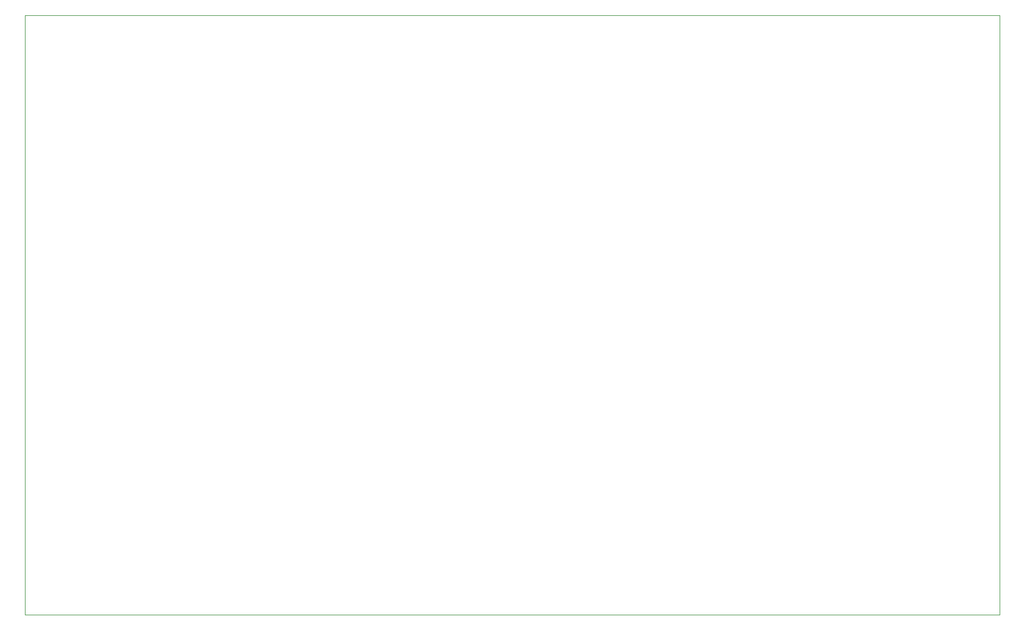
<source format=gm1>
G04 #@! TF.GenerationSoftware,KiCad,Pcbnew,8.0.4*
G04 #@! TF.CreationDate,2024-07-30T16:31:11-07:00*
G04 #@! TF.ProjectId,ns32k,6e733332-6b2e-46b6-9963-61645f706362,2*
G04 #@! TF.SameCoordinates,Original*
G04 #@! TF.FileFunction,Profile,NP*
%FSLAX46Y46*%
G04 Gerber Fmt 4.6, Leading zero omitted, Abs format (unit mm)*
G04 Created by KiCad (PCBNEW 8.0.4) date 2024-07-30 16:31:11*
%MOMM*%
%LPD*%
G01*
G04 APERTURE LIST*
G04 #@! TA.AperFunction,Profile*
%ADD10C,0.100000*%
G04 #@! TD*
G04 APERTURE END LIST*
D10*
X58826400Y-50215800D02*
X204368400Y-50215800D01*
X204368400Y-139776200D01*
X58826400Y-139776200D01*
X58826400Y-50215800D01*
M02*

</source>
